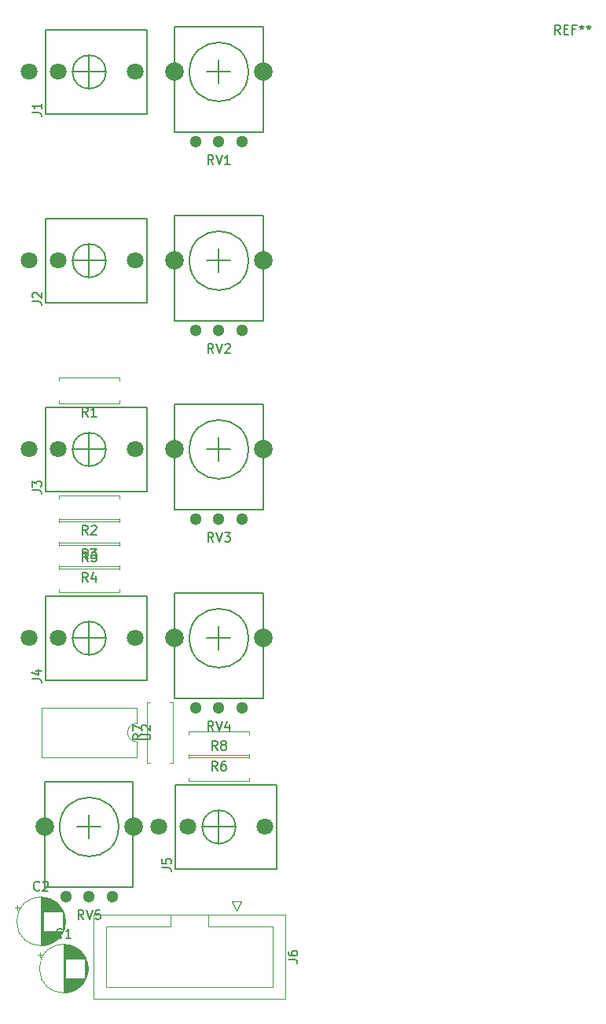
<source format=gbr>
%TF.GenerationSoftware,KiCad,Pcbnew,7.0.10-7.0.10~ubuntu22.04.1*%
%TF.CreationDate,2024-04-01T10:40:12+02:00*%
%TF.ProjectId,HigawoEurorackMixer,48696761-776f-4457-9572-6f7261636b4d,rev?*%
%TF.SameCoordinates,Original*%
%TF.FileFunction,Legend,Top*%
%TF.FilePolarity,Positive*%
%FSLAX46Y46*%
G04 Gerber Fmt 4.6, Leading zero omitted, Abs format (unit mm)*
G04 Created by KiCad (PCBNEW 7.0.10-7.0.10~ubuntu22.04.1) date 2024-04-01 10:40:12*
%MOMM*%
%LPD*%
G01*
G04 APERTURE LIST*
%ADD10C,0.150000*%
%ADD11C,0.120000*%
%ADD12C,2.000000*%
%ADD13C,1.300000*%
%ADD14C,1.800000*%
G04 APERTURE END LIST*
D10*
X135826666Y-53104819D02*
X135493333Y-52628628D01*
X135255238Y-53104819D02*
X135255238Y-52104819D01*
X135255238Y-52104819D02*
X135636190Y-52104819D01*
X135636190Y-52104819D02*
X135731428Y-52152438D01*
X135731428Y-52152438D02*
X135779047Y-52200057D01*
X135779047Y-52200057D02*
X135826666Y-52295295D01*
X135826666Y-52295295D02*
X135826666Y-52438152D01*
X135826666Y-52438152D02*
X135779047Y-52533390D01*
X135779047Y-52533390D02*
X135731428Y-52581009D01*
X135731428Y-52581009D02*
X135636190Y-52628628D01*
X135636190Y-52628628D02*
X135255238Y-52628628D01*
X136255238Y-52581009D02*
X136588571Y-52581009D01*
X136731428Y-53104819D02*
X136255238Y-53104819D01*
X136255238Y-53104819D02*
X136255238Y-52104819D01*
X136255238Y-52104819D02*
X136731428Y-52104819D01*
X137493333Y-52581009D02*
X137160000Y-52581009D01*
X137160000Y-53104819D02*
X137160000Y-52104819D01*
X137160000Y-52104819D02*
X137636190Y-52104819D01*
X138160000Y-52104819D02*
X138160000Y-52342914D01*
X137921905Y-52247676D02*
X138160000Y-52342914D01*
X138160000Y-52342914D02*
X138398095Y-52247676D01*
X138017143Y-52533390D02*
X138160000Y-52342914D01*
X138160000Y-52342914D02*
X138302857Y-52533390D01*
X138921905Y-52104819D02*
X138921905Y-52342914D01*
X138683810Y-52247676D02*
X138921905Y-52342914D01*
X138921905Y-52342914D02*
X139160000Y-52247676D01*
X138779048Y-52533390D02*
X138921905Y-52342914D01*
X138921905Y-52342914D02*
X139064762Y-52533390D01*
X84923333Y-94264819D02*
X84590000Y-93788628D01*
X84351905Y-94264819D02*
X84351905Y-93264819D01*
X84351905Y-93264819D02*
X84732857Y-93264819D01*
X84732857Y-93264819D02*
X84828095Y-93312438D01*
X84828095Y-93312438D02*
X84875714Y-93360057D01*
X84875714Y-93360057D02*
X84923333Y-93455295D01*
X84923333Y-93455295D02*
X84923333Y-93598152D01*
X84923333Y-93598152D02*
X84875714Y-93693390D01*
X84875714Y-93693390D02*
X84828095Y-93741009D01*
X84828095Y-93741009D02*
X84732857Y-93788628D01*
X84732857Y-93788628D02*
X84351905Y-93788628D01*
X85875714Y-94264819D02*
X85304286Y-94264819D01*
X85590000Y-94264819D02*
X85590000Y-93264819D01*
X85590000Y-93264819D02*
X85494762Y-93407676D01*
X85494762Y-93407676D02*
X85399524Y-93502914D01*
X85399524Y-93502914D02*
X85304286Y-93550533D01*
X84923333Y-106964819D02*
X84590000Y-106488628D01*
X84351905Y-106964819D02*
X84351905Y-105964819D01*
X84351905Y-105964819D02*
X84732857Y-105964819D01*
X84732857Y-105964819D02*
X84828095Y-106012438D01*
X84828095Y-106012438D02*
X84875714Y-106060057D01*
X84875714Y-106060057D02*
X84923333Y-106155295D01*
X84923333Y-106155295D02*
X84923333Y-106298152D01*
X84923333Y-106298152D02*
X84875714Y-106393390D01*
X84875714Y-106393390D02*
X84828095Y-106441009D01*
X84828095Y-106441009D02*
X84732857Y-106488628D01*
X84732857Y-106488628D02*
X84351905Y-106488628D01*
X85304286Y-106060057D02*
X85351905Y-106012438D01*
X85351905Y-106012438D02*
X85447143Y-105964819D01*
X85447143Y-105964819D02*
X85685238Y-105964819D01*
X85685238Y-105964819D02*
X85780476Y-106012438D01*
X85780476Y-106012438D02*
X85828095Y-106060057D01*
X85828095Y-106060057D02*
X85875714Y-106155295D01*
X85875714Y-106155295D02*
X85875714Y-106250533D01*
X85875714Y-106250533D02*
X85828095Y-106393390D01*
X85828095Y-106393390D02*
X85256667Y-106964819D01*
X85256667Y-106964819D02*
X85875714Y-106964819D01*
X98464761Y-107744819D02*
X98131428Y-107268628D01*
X97893333Y-107744819D02*
X97893333Y-106744819D01*
X97893333Y-106744819D02*
X98274285Y-106744819D01*
X98274285Y-106744819D02*
X98369523Y-106792438D01*
X98369523Y-106792438D02*
X98417142Y-106840057D01*
X98417142Y-106840057D02*
X98464761Y-106935295D01*
X98464761Y-106935295D02*
X98464761Y-107078152D01*
X98464761Y-107078152D02*
X98417142Y-107173390D01*
X98417142Y-107173390D02*
X98369523Y-107221009D01*
X98369523Y-107221009D02*
X98274285Y-107268628D01*
X98274285Y-107268628D02*
X97893333Y-107268628D01*
X98750476Y-106744819D02*
X99083809Y-107744819D01*
X99083809Y-107744819D02*
X99417142Y-106744819D01*
X99655238Y-106744819D02*
X100274285Y-106744819D01*
X100274285Y-106744819D02*
X99940952Y-107125771D01*
X99940952Y-107125771D02*
X100083809Y-107125771D01*
X100083809Y-107125771D02*
X100179047Y-107173390D01*
X100179047Y-107173390D02*
X100226666Y-107221009D01*
X100226666Y-107221009D02*
X100274285Y-107316247D01*
X100274285Y-107316247D02*
X100274285Y-107554342D01*
X100274285Y-107554342D02*
X100226666Y-107649580D01*
X100226666Y-107649580D02*
X100179047Y-107697200D01*
X100179047Y-107697200D02*
X100083809Y-107744819D01*
X100083809Y-107744819D02*
X99798095Y-107744819D01*
X99798095Y-107744819D02*
X99702857Y-107697200D01*
X99702857Y-107697200D02*
X99655238Y-107649580D01*
X98464761Y-128064819D02*
X98131428Y-127588628D01*
X97893333Y-128064819D02*
X97893333Y-127064819D01*
X97893333Y-127064819D02*
X98274285Y-127064819D01*
X98274285Y-127064819D02*
X98369523Y-127112438D01*
X98369523Y-127112438D02*
X98417142Y-127160057D01*
X98417142Y-127160057D02*
X98464761Y-127255295D01*
X98464761Y-127255295D02*
X98464761Y-127398152D01*
X98464761Y-127398152D02*
X98417142Y-127493390D01*
X98417142Y-127493390D02*
X98369523Y-127541009D01*
X98369523Y-127541009D02*
X98274285Y-127588628D01*
X98274285Y-127588628D02*
X97893333Y-127588628D01*
X98750476Y-127064819D02*
X99083809Y-128064819D01*
X99083809Y-128064819D02*
X99417142Y-127064819D01*
X100179047Y-127398152D02*
X100179047Y-128064819D01*
X99940952Y-127017200D02*
X99702857Y-127731485D01*
X99702857Y-127731485D02*
X100321904Y-127731485D01*
X98893333Y-130164819D02*
X98560000Y-129688628D01*
X98321905Y-130164819D02*
X98321905Y-129164819D01*
X98321905Y-129164819D02*
X98702857Y-129164819D01*
X98702857Y-129164819D02*
X98798095Y-129212438D01*
X98798095Y-129212438D02*
X98845714Y-129260057D01*
X98845714Y-129260057D02*
X98893333Y-129355295D01*
X98893333Y-129355295D02*
X98893333Y-129498152D01*
X98893333Y-129498152D02*
X98845714Y-129593390D01*
X98845714Y-129593390D02*
X98798095Y-129641009D01*
X98798095Y-129641009D02*
X98702857Y-129688628D01*
X98702857Y-129688628D02*
X98321905Y-129688628D01*
X99464762Y-129593390D02*
X99369524Y-129545771D01*
X99369524Y-129545771D02*
X99321905Y-129498152D01*
X99321905Y-129498152D02*
X99274286Y-129402914D01*
X99274286Y-129402914D02*
X99274286Y-129355295D01*
X99274286Y-129355295D02*
X99321905Y-129260057D01*
X99321905Y-129260057D02*
X99369524Y-129212438D01*
X99369524Y-129212438D02*
X99464762Y-129164819D01*
X99464762Y-129164819D02*
X99655238Y-129164819D01*
X99655238Y-129164819D02*
X99750476Y-129212438D01*
X99750476Y-129212438D02*
X99798095Y-129260057D01*
X99798095Y-129260057D02*
X99845714Y-129355295D01*
X99845714Y-129355295D02*
X99845714Y-129402914D01*
X99845714Y-129402914D02*
X99798095Y-129498152D01*
X99798095Y-129498152D02*
X99750476Y-129545771D01*
X99750476Y-129545771D02*
X99655238Y-129593390D01*
X99655238Y-129593390D02*
X99464762Y-129593390D01*
X99464762Y-129593390D02*
X99369524Y-129641009D01*
X99369524Y-129641009D02*
X99321905Y-129688628D01*
X99321905Y-129688628D02*
X99274286Y-129783866D01*
X99274286Y-129783866D02*
X99274286Y-129974342D01*
X99274286Y-129974342D02*
X99321905Y-130069580D01*
X99321905Y-130069580D02*
X99369524Y-130117200D01*
X99369524Y-130117200D02*
X99464762Y-130164819D01*
X99464762Y-130164819D02*
X99655238Y-130164819D01*
X99655238Y-130164819D02*
X99750476Y-130117200D01*
X99750476Y-130117200D02*
X99798095Y-130069580D01*
X99798095Y-130069580D02*
X99845714Y-129974342D01*
X99845714Y-129974342D02*
X99845714Y-129783866D01*
X99845714Y-129783866D02*
X99798095Y-129688628D01*
X99798095Y-129688628D02*
X99750476Y-129641009D01*
X99750476Y-129641009D02*
X99655238Y-129593390D01*
X98464761Y-67104819D02*
X98131428Y-66628628D01*
X97893333Y-67104819D02*
X97893333Y-66104819D01*
X97893333Y-66104819D02*
X98274285Y-66104819D01*
X98274285Y-66104819D02*
X98369523Y-66152438D01*
X98369523Y-66152438D02*
X98417142Y-66200057D01*
X98417142Y-66200057D02*
X98464761Y-66295295D01*
X98464761Y-66295295D02*
X98464761Y-66438152D01*
X98464761Y-66438152D02*
X98417142Y-66533390D01*
X98417142Y-66533390D02*
X98369523Y-66581009D01*
X98369523Y-66581009D02*
X98274285Y-66628628D01*
X98274285Y-66628628D02*
X97893333Y-66628628D01*
X98750476Y-66104819D02*
X99083809Y-67104819D01*
X99083809Y-67104819D02*
X99417142Y-66104819D01*
X100274285Y-67104819D02*
X99702857Y-67104819D01*
X99988571Y-67104819D02*
X99988571Y-66104819D01*
X99988571Y-66104819D02*
X99893333Y-66247676D01*
X99893333Y-66247676D02*
X99798095Y-66342914D01*
X99798095Y-66342914D02*
X99702857Y-66390533D01*
X79736333Y-145199580D02*
X79688714Y-145247200D01*
X79688714Y-145247200D02*
X79545857Y-145294819D01*
X79545857Y-145294819D02*
X79450619Y-145294819D01*
X79450619Y-145294819D02*
X79307762Y-145247200D01*
X79307762Y-145247200D02*
X79212524Y-145151961D01*
X79212524Y-145151961D02*
X79164905Y-145056723D01*
X79164905Y-145056723D02*
X79117286Y-144866247D01*
X79117286Y-144866247D02*
X79117286Y-144723390D01*
X79117286Y-144723390D02*
X79164905Y-144532914D01*
X79164905Y-144532914D02*
X79212524Y-144437676D01*
X79212524Y-144437676D02*
X79307762Y-144342438D01*
X79307762Y-144342438D02*
X79450619Y-144294819D01*
X79450619Y-144294819D02*
X79545857Y-144294819D01*
X79545857Y-144294819D02*
X79688714Y-144342438D01*
X79688714Y-144342438D02*
X79736333Y-144390057D01*
X80117286Y-144390057D02*
X80164905Y-144342438D01*
X80164905Y-144342438D02*
X80260143Y-144294819D01*
X80260143Y-144294819D02*
X80498238Y-144294819D01*
X80498238Y-144294819D02*
X80593476Y-144342438D01*
X80593476Y-144342438D02*
X80641095Y-144390057D01*
X80641095Y-144390057D02*
X80688714Y-144485295D01*
X80688714Y-144485295D02*
X80688714Y-144580533D01*
X80688714Y-144580533D02*
X80641095Y-144723390D01*
X80641095Y-144723390D02*
X80069667Y-145294819D01*
X80069667Y-145294819D02*
X80688714Y-145294819D01*
X78956819Y-61547333D02*
X79671104Y-61547333D01*
X79671104Y-61547333D02*
X79813961Y-61594952D01*
X79813961Y-61594952D02*
X79909200Y-61690190D01*
X79909200Y-61690190D02*
X79956819Y-61833047D01*
X79956819Y-61833047D02*
X79956819Y-61928285D01*
X79956819Y-60547333D02*
X79956819Y-61118761D01*
X79956819Y-60833047D02*
X78956819Y-60833047D01*
X78956819Y-60833047D02*
X79099676Y-60928285D01*
X79099676Y-60928285D02*
X79194914Y-61023523D01*
X79194914Y-61023523D02*
X79242533Y-61118761D01*
X84923333Y-109844819D02*
X84590000Y-109368628D01*
X84351905Y-109844819D02*
X84351905Y-108844819D01*
X84351905Y-108844819D02*
X84732857Y-108844819D01*
X84732857Y-108844819D02*
X84828095Y-108892438D01*
X84828095Y-108892438D02*
X84875714Y-108940057D01*
X84875714Y-108940057D02*
X84923333Y-109035295D01*
X84923333Y-109035295D02*
X84923333Y-109178152D01*
X84923333Y-109178152D02*
X84875714Y-109273390D01*
X84875714Y-109273390D02*
X84828095Y-109321009D01*
X84828095Y-109321009D02*
X84732857Y-109368628D01*
X84732857Y-109368628D02*
X84351905Y-109368628D01*
X85828095Y-108844819D02*
X85351905Y-108844819D01*
X85351905Y-108844819D02*
X85304286Y-109321009D01*
X85304286Y-109321009D02*
X85351905Y-109273390D01*
X85351905Y-109273390D02*
X85447143Y-109225771D01*
X85447143Y-109225771D02*
X85685238Y-109225771D01*
X85685238Y-109225771D02*
X85780476Y-109273390D01*
X85780476Y-109273390D02*
X85828095Y-109321009D01*
X85828095Y-109321009D02*
X85875714Y-109416247D01*
X85875714Y-109416247D02*
X85875714Y-109654342D01*
X85875714Y-109654342D02*
X85828095Y-109749580D01*
X85828095Y-109749580D02*
X85780476Y-109797200D01*
X85780476Y-109797200D02*
X85685238Y-109844819D01*
X85685238Y-109844819D02*
X85447143Y-109844819D01*
X85447143Y-109844819D02*
X85351905Y-109797200D01*
X85351905Y-109797200D02*
X85304286Y-109749580D01*
X92926819Y-142827333D02*
X93641104Y-142827333D01*
X93641104Y-142827333D02*
X93783961Y-142874952D01*
X93783961Y-142874952D02*
X93879200Y-142970190D01*
X93879200Y-142970190D02*
X93926819Y-143113047D01*
X93926819Y-143113047D02*
X93926819Y-143208285D01*
X92926819Y-141874952D02*
X92926819Y-142351142D01*
X92926819Y-142351142D02*
X93403009Y-142398761D01*
X93403009Y-142398761D02*
X93355390Y-142351142D01*
X93355390Y-142351142D02*
X93307771Y-142255904D01*
X93307771Y-142255904D02*
X93307771Y-142017809D01*
X93307771Y-142017809D02*
X93355390Y-141922571D01*
X93355390Y-141922571D02*
X93403009Y-141874952D01*
X93403009Y-141874952D02*
X93498247Y-141827333D01*
X93498247Y-141827333D02*
X93736342Y-141827333D01*
X93736342Y-141827333D02*
X93831580Y-141874952D01*
X93831580Y-141874952D02*
X93879200Y-141922571D01*
X93879200Y-141922571D02*
X93926819Y-142017809D01*
X93926819Y-142017809D02*
X93926819Y-142255904D01*
X93926819Y-142255904D02*
X93879200Y-142351142D01*
X93879200Y-142351142D02*
X93831580Y-142398761D01*
X78956819Y-81867333D02*
X79671104Y-81867333D01*
X79671104Y-81867333D02*
X79813961Y-81914952D01*
X79813961Y-81914952D02*
X79909200Y-82010190D01*
X79909200Y-82010190D02*
X79956819Y-82153047D01*
X79956819Y-82153047D02*
X79956819Y-82248285D01*
X79052057Y-81438761D02*
X79004438Y-81391142D01*
X79004438Y-81391142D02*
X78956819Y-81295904D01*
X78956819Y-81295904D02*
X78956819Y-81057809D01*
X78956819Y-81057809D02*
X79004438Y-80962571D01*
X79004438Y-80962571D02*
X79052057Y-80914952D01*
X79052057Y-80914952D02*
X79147295Y-80867333D01*
X79147295Y-80867333D02*
X79242533Y-80867333D01*
X79242533Y-80867333D02*
X79385390Y-80914952D01*
X79385390Y-80914952D02*
X79956819Y-81486380D01*
X79956819Y-81486380D02*
X79956819Y-80867333D01*
X84923333Y-112044819D02*
X84590000Y-111568628D01*
X84351905Y-112044819D02*
X84351905Y-111044819D01*
X84351905Y-111044819D02*
X84732857Y-111044819D01*
X84732857Y-111044819D02*
X84828095Y-111092438D01*
X84828095Y-111092438D02*
X84875714Y-111140057D01*
X84875714Y-111140057D02*
X84923333Y-111235295D01*
X84923333Y-111235295D02*
X84923333Y-111378152D01*
X84923333Y-111378152D02*
X84875714Y-111473390D01*
X84875714Y-111473390D02*
X84828095Y-111521009D01*
X84828095Y-111521009D02*
X84732857Y-111568628D01*
X84732857Y-111568628D02*
X84351905Y-111568628D01*
X85780476Y-111378152D02*
X85780476Y-112044819D01*
X85542381Y-110997200D02*
X85304286Y-111711485D01*
X85304286Y-111711485D02*
X85923333Y-111711485D01*
X98464761Y-87424819D02*
X98131428Y-86948628D01*
X97893333Y-87424819D02*
X97893333Y-86424819D01*
X97893333Y-86424819D02*
X98274285Y-86424819D01*
X98274285Y-86424819D02*
X98369523Y-86472438D01*
X98369523Y-86472438D02*
X98417142Y-86520057D01*
X98417142Y-86520057D02*
X98464761Y-86615295D01*
X98464761Y-86615295D02*
X98464761Y-86758152D01*
X98464761Y-86758152D02*
X98417142Y-86853390D01*
X98417142Y-86853390D02*
X98369523Y-86901009D01*
X98369523Y-86901009D02*
X98274285Y-86948628D01*
X98274285Y-86948628D02*
X97893333Y-86948628D01*
X98750476Y-86424819D02*
X99083809Y-87424819D01*
X99083809Y-87424819D02*
X99417142Y-86424819D01*
X99702857Y-86520057D02*
X99750476Y-86472438D01*
X99750476Y-86472438D02*
X99845714Y-86424819D01*
X99845714Y-86424819D02*
X100083809Y-86424819D01*
X100083809Y-86424819D02*
X100179047Y-86472438D01*
X100179047Y-86472438D02*
X100226666Y-86520057D01*
X100226666Y-86520057D02*
X100274285Y-86615295D01*
X100274285Y-86615295D02*
X100274285Y-86710533D01*
X100274285Y-86710533D02*
X100226666Y-86853390D01*
X100226666Y-86853390D02*
X99655238Y-87424819D01*
X99655238Y-87424819D02*
X100274285Y-87424819D01*
X90794819Y-128436666D02*
X90318628Y-128769999D01*
X90794819Y-129008094D02*
X89794819Y-129008094D01*
X89794819Y-129008094D02*
X89794819Y-128627142D01*
X89794819Y-128627142D02*
X89842438Y-128531904D01*
X89842438Y-128531904D02*
X89890057Y-128484285D01*
X89890057Y-128484285D02*
X89985295Y-128436666D01*
X89985295Y-128436666D02*
X90128152Y-128436666D01*
X90128152Y-128436666D02*
X90223390Y-128484285D01*
X90223390Y-128484285D02*
X90271009Y-128531904D01*
X90271009Y-128531904D02*
X90318628Y-128627142D01*
X90318628Y-128627142D02*
X90318628Y-129008094D01*
X89794819Y-128103332D02*
X89794819Y-127436666D01*
X89794819Y-127436666D02*
X90794819Y-127865237D01*
X84923333Y-109504819D02*
X84590000Y-109028628D01*
X84351905Y-109504819D02*
X84351905Y-108504819D01*
X84351905Y-108504819D02*
X84732857Y-108504819D01*
X84732857Y-108504819D02*
X84828095Y-108552438D01*
X84828095Y-108552438D02*
X84875714Y-108600057D01*
X84875714Y-108600057D02*
X84923333Y-108695295D01*
X84923333Y-108695295D02*
X84923333Y-108838152D01*
X84923333Y-108838152D02*
X84875714Y-108933390D01*
X84875714Y-108933390D02*
X84828095Y-108981009D01*
X84828095Y-108981009D02*
X84732857Y-109028628D01*
X84732857Y-109028628D02*
X84351905Y-109028628D01*
X85256667Y-108504819D02*
X85875714Y-108504819D01*
X85875714Y-108504819D02*
X85542381Y-108885771D01*
X85542381Y-108885771D02*
X85685238Y-108885771D01*
X85685238Y-108885771D02*
X85780476Y-108933390D01*
X85780476Y-108933390D02*
X85828095Y-108981009D01*
X85828095Y-108981009D02*
X85875714Y-109076247D01*
X85875714Y-109076247D02*
X85875714Y-109314342D01*
X85875714Y-109314342D02*
X85828095Y-109409580D01*
X85828095Y-109409580D02*
X85780476Y-109457200D01*
X85780476Y-109457200D02*
X85685238Y-109504819D01*
X85685238Y-109504819D02*
X85399524Y-109504819D01*
X85399524Y-109504819D02*
X85304286Y-109457200D01*
X85304286Y-109457200D02*
X85256667Y-109409580D01*
X84487727Y-148384819D02*
X84154394Y-147908628D01*
X83916299Y-148384819D02*
X83916299Y-147384819D01*
X83916299Y-147384819D02*
X84297251Y-147384819D01*
X84297251Y-147384819D02*
X84392489Y-147432438D01*
X84392489Y-147432438D02*
X84440108Y-147480057D01*
X84440108Y-147480057D02*
X84487727Y-147575295D01*
X84487727Y-147575295D02*
X84487727Y-147718152D01*
X84487727Y-147718152D02*
X84440108Y-147813390D01*
X84440108Y-147813390D02*
X84392489Y-147861009D01*
X84392489Y-147861009D02*
X84297251Y-147908628D01*
X84297251Y-147908628D02*
X83916299Y-147908628D01*
X84773442Y-147384819D02*
X85106775Y-148384819D01*
X85106775Y-148384819D02*
X85440108Y-147384819D01*
X86249632Y-147384819D02*
X85773442Y-147384819D01*
X85773442Y-147384819D02*
X85725823Y-147861009D01*
X85725823Y-147861009D02*
X85773442Y-147813390D01*
X85773442Y-147813390D02*
X85868680Y-147765771D01*
X85868680Y-147765771D02*
X86106775Y-147765771D01*
X86106775Y-147765771D02*
X86202013Y-147813390D01*
X86202013Y-147813390D02*
X86249632Y-147861009D01*
X86249632Y-147861009D02*
X86297251Y-147956247D01*
X86297251Y-147956247D02*
X86297251Y-148194342D01*
X86297251Y-148194342D02*
X86249632Y-148289580D01*
X86249632Y-148289580D02*
X86202013Y-148337200D01*
X86202013Y-148337200D02*
X86106775Y-148384819D01*
X86106775Y-148384819D02*
X85868680Y-148384819D01*
X85868680Y-148384819D02*
X85773442Y-148337200D01*
X85773442Y-148337200D02*
X85725823Y-148289580D01*
X106519819Y-152733333D02*
X107234104Y-152733333D01*
X107234104Y-152733333D02*
X107376961Y-152780952D01*
X107376961Y-152780952D02*
X107472200Y-152876190D01*
X107472200Y-152876190D02*
X107519819Y-153019047D01*
X107519819Y-153019047D02*
X107519819Y-153114285D01*
X106519819Y-151828571D02*
X106519819Y-152019047D01*
X106519819Y-152019047D02*
X106567438Y-152114285D01*
X106567438Y-152114285D02*
X106615057Y-152161904D01*
X106615057Y-152161904D02*
X106757914Y-152257142D01*
X106757914Y-152257142D02*
X106948390Y-152304761D01*
X106948390Y-152304761D02*
X107329342Y-152304761D01*
X107329342Y-152304761D02*
X107424580Y-152257142D01*
X107424580Y-152257142D02*
X107472200Y-152209523D01*
X107472200Y-152209523D02*
X107519819Y-152114285D01*
X107519819Y-152114285D02*
X107519819Y-151923809D01*
X107519819Y-151923809D02*
X107472200Y-151828571D01*
X107472200Y-151828571D02*
X107424580Y-151780952D01*
X107424580Y-151780952D02*
X107329342Y-151733333D01*
X107329342Y-151733333D02*
X107091247Y-151733333D01*
X107091247Y-151733333D02*
X106996009Y-151780952D01*
X106996009Y-151780952D02*
X106948390Y-151828571D01*
X106948390Y-151828571D02*
X106900771Y-151923809D01*
X106900771Y-151923809D02*
X106900771Y-152114285D01*
X106900771Y-152114285D02*
X106948390Y-152209523D01*
X106948390Y-152209523D02*
X106996009Y-152257142D01*
X106996009Y-152257142D02*
X107091247Y-152304761D01*
X82174221Y-150279580D02*
X82126602Y-150327200D01*
X82126602Y-150327200D02*
X81983745Y-150374819D01*
X81983745Y-150374819D02*
X81888507Y-150374819D01*
X81888507Y-150374819D02*
X81745650Y-150327200D01*
X81745650Y-150327200D02*
X81650412Y-150231961D01*
X81650412Y-150231961D02*
X81602793Y-150136723D01*
X81602793Y-150136723D02*
X81555174Y-149946247D01*
X81555174Y-149946247D02*
X81555174Y-149803390D01*
X81555174Y-149803390D02*
X81602793Y-149612914D01*
X81602793Y-149612914D02*
X81650412Y-149517676D01*
X81650412Y-149517676D02*
X81745650Y-149422438D01*
X81745650Y-149422438D02*
X81888507Y-149374819D01*
X81888507Y-149374819D02*
X81983745Y-149374819D01*
X81983745Y-149374819D02*
X82126602Y-149422438D01*
X82126602Y-149422438D02*
X82174221Y-149470057D01*
X83126602Y-150374819D02*
X82555174Y-150374819D01*
X82840888Y-150374819D02*
X82840888Y-149374819D01*
X82840888Y-149374819D02*
X82745650Y-149517676D01*
X82745650Y-149517676D02*
X82650412Y-149612914D01*
X82650412Y-149612914D02*
X82555174Y-149660533D01*
X78956819Y-102187333D02*
X79671104Y-102187333D01*
X79671104Y-102187333D02*
X79813961Y-102234952D01*
X79813961Y-102234952D02*
X79909200Y-102330190D01*
X79909200Y-102330190D02*
X79956819Y-102473047D01*
X79956819Y-102473047D02*
X79956819Y-102568285D01*
X78956819Y-101806380D02*
X78956819Y-101187333D01*
X78956819Y-101187333D02*
X79337771Y-101520666D01*
X79337771Y-101520666D02*
X79337771Y-101377809D01*
X79337771Y-101377809D02*
X79385390Y-101282571D01*
X79385390Y-101282571D02*
X79433009Y-101234952D01*
X79433009Y-101234952D02*
X79528247Y-101187333D01*
X79528247Y-101187333D02*
X79766342Y-101187333D01*
X79766342Y-101187333D02*
X79861580Y-101234952D01*
X79861580Y-101234952D02*
X79909200Y-101282571D01*
X79909200Y-101282571D02*
X79956819Y-101377809D01*
X79956819Y-101377809D02*
X79956819Y-101663523D01*
X79956819Y-101663523D02*
X79909200Y-101758761D01*
X79909200Y-101758761D02*
X79861580Y-101806380D01*
X98893333Y-132364819D02*
X98560000Y-131888628D01*
X98321905Y-132364819D02*
X98321905Y-131364819D01*
X98321905Y-131364819D02*
X98702857Y-131364819D01*
X98702857Y-131364819D02*
X98798095Y-131412438D01*
X98798095Y-131412438D02*
X98845714Y-131460057D01*
X98845714Y-131460057D02*
X98893333Y-131555295D01*
X98893333Y-131555295D02*
X98893333Y-131698152D01*
X98893333Y-131698152D02*
X98845714Y-131793390D01*
X98845714Y-131793390D02*
X98798095Y-131841009D01*
X98798095Y-131841009D02*
X98702857Y-131888628D01*
X98702857Y-131888628D02*
X98321905Y-131888628D01*
X99750476Y-131364819D02*
X99560000Y-131364819D01*
X99560000Y-131364819D02*
X99464762Y-131412438D01*
X99464762Y-131412438D02*
X99417143Y-131460057D01*
X99417143Y-131460057D02*
X99321905Y-131602914D01*
X99321905Y-131602914D02*
X99274286Y-131793390D01*
X99274286Y-131793390D02*
X99274286Y-132174342D01*
X99274286Y-132174342D02*
X99321905Y-132269580D01*
X99321905Y-132269580D02*
X99369524Y-132317200D01*
X99369524Y-132317200D02*
X99464762Y-132364819D01*
X99464762Y-132364819D02*
X99655238Y-132364819D01*
X99655238Y-132364819D02*
X99750476Y-132317200D01*
X99750476Y-132317200D02*
X99798095Y-132269580D01*
X99798095Y-132269580D02*
X99845714Y-132174342D01*
X99845714Y-132174342D02*
X99845714Y-131936247D01*
X99845714Y-131936247D02*
X99798095Y-131841009D01*
X99798095Y-131841009D02*
X99750476Y-131793390D01*
X99750476Y-131793390D02*
X99655238Y-131745771D01*
X99655238Y-131745771D02*
X99464762Y-131745771D01*
X99464762Y-131745771D02*
X99369524Y-131793390D01*
X99369524Y-131793390D02*
X99321905Y-131841009D01*
X99321905Y-131841009D02*
X99274286Y-131936247D01*
X78956819Y-122507333D02*
X79671104Y-122507333D01*
X79671104Y-122507333D02*
X79813961Y-122554952D01*
X79813961Y-122554952D02*
X79909200Y-122650190D01*
X79909200Y-122650190D02*
X79956819Y-122793047D01*
X79956819Y-122793047D02*
X79956819Y-122888285D01*
X79290152Y-121602571D02*
X79956819Y-121602571D01*
X78909200Y-121840666D02*
X79623485Y-122078761D01*
X79623485Y-122078761D02*
X79623485Y-121459714D01*
X90684819Y-129031904D02*
X91494342Y-129031904D01*
X91494342Y-129031904D02*
X91589580Y-128984285D01*
X91589580Y-128984285D02*
X91637200Y-128936666D01*
X91637200Y-128936666D02*
X91684819Y-128841428D01*
X91684819Y-128841428D02*
X91684819Y-128650952D01*
X91684819Y-128650952D02*
X91637200Y-128555714D01*
X91637200Y-128555714D02*
X91589580Y-128508095D01*
X91589580Y-128508095D02*
X91494342Y-128460476D01*
X91494342Y-128460476D02*
X90684819Y-128460476D01*
X90780057Y-128031904D02*
X90732438Y-127984285D01*
X90732438Y-127984285D02*
X90684819Y-127889047D01*
X90684819Y-127889047D02*
X90684819Y-127650952D01*
X90684819Y-127650952D02*
X90732438Y-127555714D01*
X90732438Y-127555714D02*
X90780057Y-127508095D01*
X90780057Y-127508095D02*
X90875295Y-127460476D01*
X90875295Y-127460476D02*
X90970533Y-127460476D01*
X90970533Y-127460476D02*
X91113390Y-127508095D01*
X91113390Y-127508095D02*
X91684819Y-128079523D01*
X91684819Y-128079523D02*
X91684819Y-127460476D01*
D11*
%TO.C,R1*%
X88360000Y-92810000D02*
X81820000Y-92810000D01*
X88360000Y-92480000D02*
X88360000Y-92810000D01*
X88360000Y-90400000D02*
X88360000Y-90070000D01*
X88360000Y-90070000D02*
X81820000Y-90070000D01*
X81820000Y-92810000D02*
X81820000Y-92480000D01*
X81820000Y-90070000D02*
X81820000Y-90400000D01*
%TO.C,R2*%
X88360000Y-105510000D02*
X81820000Y-105510000D01*
X88360000Y-105180000D02*
X88360000Y-105510000D01*
X88360000Y-103100000D02*
X88360000Y-102770000D01*
X88360000Y-102770000D02*
X81820000Y-102770000D01*
X81820000Y-105510000D02*
X81820000Y-105180000D01*
X81820000Y-102770000D02*
X81820000Y-103100000D01*
D10*
%TO.C,RV3*%
X94310000Y-92940000D02*
X94310000Y-104290000D01*
X94310000Y-92940000D02*
X103810000Y-92940000D01*
X94310000Y-104290000D02*
X103810000Y-104290000D01*
X97790000Y-97790000D02*
X100330000Y-97790000D01*
X99060000Y-96520000D02*
X99060000Y-99060000D01*
X103810000Y-92940000D02*
X103810000Y-104290000D01*
X102235000Y-97790000D02*
G75*
G03*
X95885000Y-97790000I-3175000J0D01*
G01*
X95885000Y-97790000D02*
G75*
G03*
X102235000Y-97790000I3175000J0D01*
G01*
%TO.C,RV4*%
X94310000Y-113260000D02*
X94310000Y-124610000D01*
X94310000Y-113260000D02*
X103810000Y-113260000D01*
X94310000Y-124610000D02*
X103810000Y-124610000D01*
X97790000Y-118110000D02*
X100330000Y-118110000D01*
X99060000Y-116840000D02*
X99060000Y-119380000D01*
X103810000Y-113260000D02*
X103810000Y-124610000D01*
X102235000Y-118110000D02*
G75*
G03*
X95885000Y-118110000I-3175000J0D01*
G01*
X95885000Y-118110000D02*
G75*
G03*
X102235000Y-118110000I3175000J0D01*
G01*
D11*
%TO.C,R8*%
X95790000Y-130710000D02*
X102330000Y-130710000D01*
X95790000Y-131040000D02*
X95790000Y-130710000D01*
X95790000Y-133120000D02*
X95790000Y-133450000D01*
X95790000Y-133450000D02*
X102330000Y-133450000D01*
X102330000Y-130710000D02*
X102330000Y-131040000D01*
X102330000Y-133450000D02*
X102330000Y-133120000D01*
D10*
%TO.C,RV1*%
X94310000Y-52300000D02*
X94310000Y-63650000D01*
X94310000Y-52300000D02*
X103810000Y-52300000D01*
X94310000Y-63650000D02*
X103810000Y-63650000D01*
X97790000Y-57150000D02*
X100330000Y-57150000D01*
X99060000Y-55880000D02*
X99060000Y-58420000D01*
X103810000Y-52300000D02*
X103810000Y-63650000D01*
X102235000Y-57150000D02*
G75*
G03*
X95885000Y-57150000I-3175000J0D01*
G01*
X95885000Y-57150000D02*
G75*
G03*
X102235000Y-57150000I3175000J0D01*
G01*
D11*
%TO.C,C2*%
X77098225Y-147115000D02*
X77598225Y-147115000D01*
X77348225Y-146865000D02*
X77348225Y-147365000D01*
X79903000Y-146010000D02*
X79903000Y-151170000D01*
X79943000Y-146010000D02*
X79943000Y-151170000D01*
X79983000Y-146011000D02*
X79983000Y-151169000D01*
X80023000Y-146012000D02*
X80023000Y-151168000D01*
X80063000Y-146014000D02*
X80063000Y-151166000D01*
X80103000Y-146017000D02*
X80103000Y-151163000D01*
X80143000Y-146021000D02*
X80143000Y-147550000D01*
X80143000Y-149630000D02*
X80143000Y-151159000D01*
X80183000Y-146025000D02*
X80183000Y-147550000D01*
X80183000Y-149630000D02*
X80183000Y-151155000D01*
X80223000Y-146029000D02*
X80223000Y-147550000D01*
X80223000Y-149630000D02*
X80223000Y-151151000D01*
X80263000Y-146034000D02*
X80263000Y-147550000D01*
X80263000Y-149630000D02*
X80263000Y-151146000D01*
X80303000Y-146040000D02*
X80303000Y-147550000D01*
X80303000Y-149630000D02*
X80303000Y-151140000D01*
X80343000Y-146047000D02*
X80343000Y-147550000D01*
X80343000Y-149630000D02*
X80343000Y-151133000D01*
X80383000Y-146054000D02*
X80383000Y-147550000D01*
X80383000Y-149630000D02*
X80383000Y-151126000D01*
X80423000Y-146062000D02*
X80423000Y-147550000D01*
X80423000Y-149630000D02*
X80423000Y-151118000D01*
X80463000Y-146070000D02*
X80463000Y-147550000D01*
X80463000Y-149630000D02*
X80463000Y-151110000D01*
X80503000Y-146079000D02*
X80503000Y-147550000D01*
X80503000Y-149630000D02*
X80503000Y-151101000D01*
X80543000Y-146089000D02*
X80543000Y-147550000D01*
X80543000Y-149630000D02*
X80543000Y-151091000D01*
X80583000Y-146099000D02*
X80583000Y-147550000D01*
X80583000Y-149630000D02*
X80583000Y-151081000D01*
X80624000Y-146110000D02*
X80624000Y-147550000D01*
X80624000Y-149630000D02*
X80624000Y-151070000D01*
X80664000Y-146122000D02*
X80664000Y-147550000D01*
X80664000Y-149630000D02*
X80664000Y-151058000D01*
X80704000Y-146135000D02*
X80704000Y-147550000D01*
X80704000Y-149630000D02*
X80704000Y-151045000D01*
X80744000Y-146148000D02*
X80744000Y-147550000D01*
X80744000Y-149630000D02*
X80744000Y-151032000D01*
X80784000Y-146162000D02*
X80784000Y-147550000D01*
X80784000Y-149630000D02*
X80784000Y-151018000D01*
X80824000Y-146176000D02*
X80824000Y-147550000D01*
X80824000Y-149630000D02*
X80824000Y-151004000D01*
X80864000Y-146192000D02*
X80864000Y-147550000D01*
X80864000Y-149630000D02*
X80864000Y-150988000D01*
X80904000Y-146208000D02*
X80904000Y-147550000D01*
X80904000Y-149630000D02*
X80904000Y-150972000D01*
X80944000Y-146225000D02*
X80944000Y-147550000D01*
X80944000Y-149630000D02*
X80944000Y-150955000D01*
X80984000Y-146242000D02*
X80984000Y-147550000D01*
X80984000Y-149630000D02*
X80984000Y-150938000D01*
X81024000Y-146261000D02*
X81024000Y-147550000D01*
X81024000Y-149630000D02*
X81024000Y-150919000D01*
X81064000Y-146280000D02*
X81064000Y-147550000D01*
X81064000Y-149630000D02*
X81064000Y-150900000D01*
X81104000Y-146300000D02*
X81104000Y-147550000D01*
X81104000Y-149630000D02*
X81104000Y-150880000D01*
X81144000Y-146322000D02*
X81144000Y-147550000D01*
X81144000Y-149630000D02*
X81144000Y-150858000D01*
X81184000Y-146343000D02*
X81184000Y-147550000D01*
X81184000Y-149630000D02*
X81184000Y-150837000D01*
X81224000Y-146366000D02*
X81224000Y-147550000D01*
X81224000Y-149630000D02*
X81224000Y-150814000D01*
X81264000Y-146390000D02*
X81264000Y-147550000D01*
X81264000Y-149630000D02*
X81264000Y-150790000D01*
X81304000Y-146415000D02*
X81304000Y-147550000D01*
X81304000Y-149630000D02*
X81304000Y-150765000D01*
X81344000Y-146441000D02*
X81344000Y-147550000D01*
X81344000Y-149630000D02*
X81344000Y-150739000D01*
X81384000Y-146468000D02*
X81384000Y-147550000D01*
X81384000Y-149630000D02*
X81384000Y-150712000D01*
X81424000Y-146495000D02*
X81424000Y-147550000D01*
X81424000Y-149630000D02*
X81424000Y-150685000D01*
X81464000Y-146525000D02*
X81464000Y-147550000D01*
X81464000Y-149630000D02*
X81464000Y-150655000D01*
X81504000Y-146555000D02*
X81504000Y-147550000D01*
X81504000Y-149630000D02*
X81504000Y-150625000D01*
X81544000Y-146586000D02*
X81544000Y-147550000D01*
X81544000Y-149630000D02*
X81544000Y-150594000D01*
X81584000Y-146619000D02*
X81584000Y-147550000D01*
X81584000Y-149630000D02*
X81584000Y-150561000D01*
X81624000Y-146653000D02*
X81624000Y-147550000D01*
X81624000Y-149630000D02*
X81624000Y-150527000D01*
X81664000Y-146689000D02*
X81664000Y-147550000D01*
X81664000Y-149630000D02*
X81664000Y-150491000D01*
X81704000Y-146726000D02*
X81704000Y-147550000D01*
X81704000Y-149630000D02*
X81704000Y-150454000D01*
X81744000Y-146764000D02*
X81744000Y-147550000D01*
X81744000Y-149630000D02*
X81744000Y-150416000D01*
X81784000Y-146805000D02*
X81784000Y-147550000D01*
X81784000Y-149630000D02*
X81784000Y-150375000D01*
X81824000Y-146847000D02*
X81824000Y-147550000D01*
X81824000Y-149630000D02*
X81824000Y-150333000D01*
X81864000Y-146891000D02*
X81864000Y-147550000D01*
X81864000Y-149630000D02*
X81864000Y-150289000D01*
X81904000Y-146937000D02*
X81904000Y-147550000D01*
X81904000Y-149630000D02*
X81904000Y-150243000D01*
X81944000Y-146985000D02*
X81944000Y-147550000D01*
X81944000Y-149630000D02*
X81944000Y-150195000D01*
X81984000Y-147036000D02*
X81984000Y-147550000D01*
X81984000Y-149630000D02*
X81984000Y-150144000D01*
X82024000Y-147090000D02*
X82024000Y-147550000D01*
X82024000Y-149630000D02*
X82024000Y-150090000D01*
X82064000Y-147147000D02*
X82064000Y-147550000D01*
X82064000Y-149630000D02*
X82064000Y-150033000D01*
X82104000Y-147207000D02*
X82104000Y-147550000D01*
X82104000Y-149630000D02*
X82104000Y-149973000D01*
X82144000Y-147271000D02*
X82144000Y-147550000D01*
X82144000Y-149630000D02*
X82144000Y-149909000D01*
X82184000Y-147339000D02*
X82184000Y-147550000D01*
X82184000Y-149630000D02*
X82184000Y-149841000D01*
X82224000Y-147412000D02*
X82224000Y-149768000D01*
X82264000Y-147492000D02*
X82264000Y-149688000D01*
X82304000Y-147579000D02*
X82304000Y-149601000D01*
X82344000Y-147675000D02*
X82344000Y-149505000D01*
X82384000Y-147785000D02*
X82384000Y-149395000D01*
X82424000Y-147913000D02*
X82424000Y-149267000D01*
X82464000Y-148072000D02*
X82464000Y-149108000D01*
X82504000Y-148306000D02*
X82504000Y-148874000D01*
X82523000Y-148590000D02*
G75*
G03*
X77283000Y-148590000I-2620000J0D01*
G01*
X77283000Y-148590000D02*
G75*
G03*
X82523000Y-148590000I2620000J0D01*
G01*
D10*
%TO.C,J1*%
X91290000Y-52650000D02*
X80390000Y-52650000D01*
X91290000Y-52650000D02*
X91290000Y-61650000D01*
X80390000Y-52650000D02*
X80390000Y-61650000D01*
X85090000Y-55350000D02*
X85090000Y-58950000D01*
X86890000Y-57150000D02*
X83290000Y-57150000D01*
X91290000Y-61650000D02*
X80390000Y-61650000D01*
X86890000Y-57150000D02*
G75*
G03*
X83290000Y-57150000I-1800000J0D01*
G01*
X83290000Y-57150000D02*
G75*
G03*
X86890000Y-57150000I1800000J0D01*
G01*
D11*
%TO.C,R5*%
X81820000Y-110390000D02*
X88360000Y-110390000D01*
X81820000Y-110720000D02*
X81820000Y-110390000D01*
X81820000Y-112800000D02*
X81820000Y-113130000D01*
X81820000Y-113130000D02*
X88360000Y-113130000D01*
X88360000Y-110390000D02*
X88360000Y-110720000D01*
X88360000Y-113130000D02*
X88360000Y-112800000D01*
D10*
%TO.C,J5*%
X105260000Y-133930000D02*
X94360000Y-133930000D01*
X105260000Y-133930000D02*
X105260000Y-142930000D01*
X94360000Y-133930000D02*
X94360000Y-142930000D01*
X99060000Y-136630000D02*
X99060000Y-140230000D01*
X100860000Y-138430000D02*
X97260000Y-138430000D01*
X105260000Y-142930000D02*
X94360000Y-142930000D01*
X100860000Y-138430000D02*
G75*
G03*
X97260000Y-138430000I-1800000J0D01*
G01*
X97260000Y-138430000D02*
G75*
G03*
X100860000Y-138430000I1800000J0D01*
G01*
%TO.C,J2*%
X91290000Y-72970000D02*
X80390000Y-72970000D01*
X91290000Y-72970000D02*
X91290000Y-81970000D01*
X80390000Y-72970000D02*
X80390000Y-81970000D01*
X85090000Y-75670000D02*
X85090000Y-79270000D01*
X86890000Y-77470000D02*
X83290000Y-77470000D01*
X91290000Y-81970000D02*
X80390000Y-81970000D01*
X86890000Y-77470000D02*
G75*
G03*
X83290000Y-77470000I-1800000J0D01*
G01*
X83290000Y-77470000D02*
G75*
G03*
X86890000Y-77470000I1800000J0D01*
G01*
D11*
%TO.C,R4*%
X88360000Y-110590000D02*
X81820000Y-110590000D01*
X88360000Y-110260000D02*
X88360000Y-110590000D01*
X88360000Y-108180000D02*
X88360000Y-107850000D01*
X88360000Y-107850000D02*
X81820000Y-107850000D01*
X81820000Y-110590000D02*
X81820000Y-110260000D01*
X81820000Y-107850000D02*
X81820000Y-108180000D01*
D10*
%TO.C,RV2*%
X94310000Y-72620000D02*
X94310000Y-83970000D01*
X94310000Y-72620000D02*
X103810000Y-72620000D01*
X94310000Y-83970000D02*
X103810000Y-83970000D01*
X97790000Y-77470000D02*
X100330000Y-77470000D01*
X99060000Y-76200000D02*
X99060000Y-78740000D01*
X103810000Y-72620000D02*
X103810000Y-83970000D01*
X102235000Y-77470000D02*
G75*
G03*
X95885000Y-77470000I-3175000J0D01*
G01*
X95885000Y-77470000D02*
G75*
G03*
X102235000Y-77470000I3175000J0D01*
G01*
D11*
%TO.C,R7*%
X91340000Y-131540000D02*
X91340000Y-125000000D01*
X91670000Y-131540000D02*
X91340000Y-131540000D01*
X93750000Y-131540000D02*
X94080000Y-131540000D01*
X94080000Y-131540000D02*
X94080000Y-125000000D01*
X91340000Y-125000000D02*
X91670000Y-125000000D01*
X94080000Y-125000000D02*
X93750000Y-125000000D01*
%TO.C,R3*%
X88360000Y-108050000D02*
X81820000Y-108050000D01*
X88360000Y-107720000D02*
X88360000Y-108050000D01*
X88360000Y-105640000D02*
X88360000Y-105310000D01*
X88360000Y-105310000D02*
X81820000Y-105310000D01*
X81820000Y-108050000D02*
X81820000Y-107720000D01*
X81820000Y-105310000D02*
X81820000Y-105640000D01*
D10*
%TO.C,RV5*%
X80332966Y-133580000D02*
X80332966Y-144930000D01*
X80332966Y-133580000D02*
X89832966Y-133580000D01*
X80332966Y-144930000D02*
X89832966Y-144930000D01*
X83812966Y-138430000D02*
X86352966Y-138430000D01*
X85082966Y-137160000D02*
X85082966Y-139700000D01*
X89832966Y-133580000D02*
X89832966Y-144930000D01*
X88257966Y-138430000D02*
G75*
G03*
X81907966Y-138430000I-3175000J0D01*
G01*
X81907966Y-138430000D02*
G75*
G03*
X88257966Y-138430000I3175000J0D01*
G01*
D11*
%TO.C,J6*%
X101465000Y-146450000D02*
X100465000Y-146450000D01*
X100465000Y-146450000D02*
X100965000Y-147450000D01*
X100965000Y-147450000D02*
X101465000Y-146450000D01*
X106175000Y-147840000D02*
X106175000Y-156960000D01*
X97935000Y-147840000D02*
X97935000Y-149150000D01*
X85595000Y-147840000D02*
X106175000Y-147840000D01*
X104875000Y-149150000D02*
X104875000Y-155650000D01*
X97935000Y-149150000D02*
X104875000Y-149150000D01*
X93835000Y-149150000D02*
X93835000Y-147840000D01*
X93835000Y-149150000D02*
X93835000Y-149150000D01*
X86895000Y-149150000D02*
X93835000Y-149150000D01*
X104875000Y-155650000D02*
X86895000Y-155650000D01*
X86895000Y-155650000D02*
X86895000Y-149150000D01*
X106175000Y-156960000D02*
X85595000Y-156960000D01*
X85595000Y-156960000D02*
X85595000Y-147840000D01*
%TO.C,C1*%
X79536113Y-152195000D02*
X80036113Y-152195000D01*
X79786113Y-151945000D02*
X79786113Y-152445000D01*
X82340888Y-151090000D02*
X82340888Y-156250000D01*
X82380888Y-151090000D02*
X82380888Y-156250000D01*
X82420888Y-151091000D02*
X82420888Y-156249000D01*
X82460888Y-151092000D02*
X82460888Y-156248000D01*
X82500888Y-151094000D02*
X82500888Y-156246000D01*
X82540888Y-151097000D02*
X82540888Y-156243000D01*
X82580888Y-151101000D02*
X82580888Y-152630000D01*
X82580888Y-154710000D02*
X82580888Y-156239000D01*
X82620888Y-151105000D02*
X82620888Y-152630000D01*
X82620888Y-154710000D02*
X82620888Y-156235000D01*
X82660888Y-151109000D02*
X82660888Y-152630000D01*
X82660888Y-154710000D02*
X82660888Y-156231000D01*
X82700888Y-151114000D02*
X82700888Y-152630000D01*
X82700888Y-154710000D02*
X82700888Y-156226000D01*
X82740888Y-151120000D02*
X82740888Y-152630000D01*
X82740888Y-154710000D02*
X82740888Y-156220000D01*
X82780888Y-151127000D02*
X82780888Y-152630000D01*
X82780888Y-154710000D02*
X82780888Y-156213000D01*
X82820888Y-151134000D02*
X82820888Y-152630000D01*
X82820888Y-154710000D02*
X82820888Y-156206000D01*
X82860888Y-151142000D02*
X82860888Y-152630000D01*
X82860888Y-154710000D02*
X82860888Y-156198000D01*
X82900888Y-151150000D02*
X82900888Y-152630000D01*
X82900888Y-154710000D02*
X82900888Y-156190000D01*
X82940888Y-151159000D02*
X82940888Y-152630000D01*
X82940888Y-154710000D02*
X82940888Y-156181000D01*
X82980888Y-151169000D02*
X82980888Y-152630000D01*
X82980888Y-154710000D02*
X82980888Y-156171000D01*
X83020888Y-151179000D02*
X83020888Y-152630000D01*
X83020888Y-154710000D02*
X83020888Y-156161000D01*
X83061888Y-151190000D02*
X83061888Y-152630000D01*
X83061888Y-154710000D02*
X83061888Y-156150000D01*
X83101888Y-151202000D02*
X83101888Y-152630000D01*
X83101888Y-154710000D02*
X83101888Y-156138000D01*
X83141888Y-151215000D02*
X83141888Y-152630000D01*
X83141888Y-154710000D02*
X83141888Y-156125000D01*
X83181888Y-151228000D02*
X83181888Y-152630000D01*
X83181888Y-154710000D02*
X83181888Y-156112000D01*
X83221888Y-151242000D02*
X83221888Y-152630000D01*
X83221888Y-154710000D02*
X83221888Y-156098000D01*
X83261888Y-151256000D02*
X83261888Y-152630000D01*
X83261888Y-154710000D02*
X83261888Y-156084000D01*
X83301888Y-151272000D02*
X83301888Y-152630000D01*
X83301888Y-154710000D02*
X83301888Y-156068000D01*
X83341888Y-151288000D02*
X83341888Y-152630000D01*
X83341888Y-154710000D02*
X83341888Y-156052000D01*
X83381888Y-151305000D02*
X83381888Y-152630000D01*
X83381888Y-154710000D02*
X83381888Y-156035000D01*
X83421888Y-151322000D02*
X83421888Y-152630000D01*
X83421888Y-154710000D02*
X83421888Y-156018000D01*
X83461888Y-151341000D02*
X83461888Y-152630000D01*
X83461888Y-154710000D02*
X83461888Y-155999000D01*
X83501888Y-151360000D02*
X83501888Y-152630000D01*
X83501888Y-154710000D02*
X83501888Y-155980000D01*
X83541888Y-151380000D02*
X83541888Y-152630000D01*
X83541888Y-154710000D02*
X83541888Y-155960000D01*
X83581888Y-151402000D02*
X83581888Y-152630000D01*
X83581888Y-154710000D02*
X83581888Y-155938000D01*
X83621888Y-151423000D02*
X83621888Y-152630000D01*
X83621888Y-154710000D02*
X83621888Y-155917000D01*
X83661888Y-151446000D02*
X83661888Y-152630000D01*
X83661888Y-154710000D02*
X83661888Y-155894000D01*
X83701888Y-151470000D02*
X83701888Y-152630000D01*
X83701888Y-154710000D02*
X83701888Y-155870000D01*
X83741888Y-151495000D02*
X83741888Y-152630000D01*
X83741888Y-154710000D02*
X83741888Y-155845000D01*
X83781888Y-151521000D02*
X83781888Y-152630000D01*
X83781888Y-154710000D02*
X83781888Y-155819000D01*
X83821888Y-151548000D02*
X83821888Y-152630000D01*
X83821888Y-154710000D02*
X83821888Y-155792000D01*
X83861888Y-151575000D02*
X83861888Y-152630000D01*
X83861888Y-154710000D02*
X83861888Y-155765000D01*
X83901888Y-151605000D02*
X83901888Y-152630000D01*
X83901888Y-154710000D02*
X83901888Y-155735000D01*
X83941888Y-151635000D02*
X83941888Y-152630000D01*
X83941888Y-154710000D02*
X83941888Y-155705000D01*
X83981888Y-151666000D02*
X83981888Y-152630000D01*
X83981888Y-154710000D02*
X83981888Y-155674000D01*
X84021888Y-151699000D02*
X84021888Y-152630000D01*
X84021888Y-154710000D02*
X84021888Y-155641000D01*
X84061888Y-151733000D02*
X84061888Y-152630000D01*
X84061888Y-154710000D02*
X84061888Y-155607000D01*
X84101888Y-151769000D02*
X84101888Y-152630000D01*
X84101888Y-154710000D02*
X84101888Y-155571000D01*
X84141888Y-151806000D02*
X84141888Y-152630000D01*
X84141888Y-154710000D02*
X84141888Y-155534000D01*
X84181888Y-151844000D02*
X84181888Y-152630000D01*
X84181888Y-154710000D02*
X84181888Y-155496000D01*
X84221888Y-151885000D02*
X84221888Y-152630000D01*
X84221888Y-154710000D02*
X84221888Y-155455000D01*
X84261888Y-151927000D02*
X84261888Y-152630000D01*
X84261888Y-154710000D02*
X84261888Y-155413000D01*
X84301888Y-151971000D02*
X84301888Y-152630000D01*
X84301888Y-154710000D02*
X84301888Y-155369000D01*
X84341888Y-152017000D02*
X84341888Y-152630000D01*
X84341888Y-154710000D02*
X84341888Y-155323000D01*
X84381888Y-152065000D02*
X84381888Y-152630000D01*
X84381888Y-154710000D02*
X84381888Y-155275000D01*
X84421888Y-152116000D02*
X84421888Y-152630000D01*
X84421888Y-154710000D02*
X84421888Y-155224000D01*
X84461888Y-152170000D02*
X84461888Y-152630000D01*
X84461888Y-154710000D02*
X84461888Y-155170000D01*
X84501888Y-152227000D02*
X84501888Y-152630000D01*
X84501888Y-154710000D02*
X84501888Y-155113000D01*
X84541888Y-152287000D02*
X84541888Y-152630000D01*
X84541888Y-154710000D02*
X84541888Y-155053000D01*
X84581888Y-152351000D02*
X84581888Y-152630000D01*
X84581888Y-154710000D02*
X84581888Y-154989000D01*
X84621888Y-152419000D02*
X84621888Y-152630000D01*
X84621888Y-154710000D02*
X84621888Y-154921000D01*
X84661888Y-152492000D02*
X84661888Y-154848000D01*
X84701888Y-152572000D02*
X84701888Y-154768000D01*
X84741888Y-152659000D02*
X84741888Y-154681000D01*
X84781888Y-152755000D02*
X84781888Y-154585000D01*
X84821888Y-152865000D02*
X84821888Y-154475000D01*
X84861888Y-152993000D02*
X84861888Y-154347000D01*
X84901888Y-153152000D02*
X84901888Y-154188000D01*
X84941888Y-153386000D02*
X84941888Y-153954000D01*
X84960888Y-153670000D02*
G75*
G03*
X79720888Y-153670000I-2620000J0D01*
G01*
X79720888Y-153670000D02*
G75*
G03*
X84960888Y-153670000I2620000J0D01*
G01*
D10*
%TO.C,J3*%
X91290000Y-93290000D02*
X80390000Y-93290000D01*
X91290000Y-93290000D02*
X91290000Y-102290000D01*
X80390000Y-93290000D02*
X80390000Y-102290000D01*
X85090000Y-95990000D02*
X85090000Y-99590000D01*
X86890000Y-97790000D02*
X83290000Y-97790000D01*
X91290000Y-102290000D02*
X80390000Y-102290000D01*
X86890000Y-97790000D02*
G75*
G03*
X83290000Y-97790000I-1800000J0D01*
G01*
X83290000Y-97790000D02*
G75*
G03*
X86890000Y-97790000I1800000J0D01*
G01*
D11*
%TO.C,R6*%
X102330000Y-130910000D02*
X95790000Y-130910000D01*
X102330000Y-130580000D02*
X102330000Y-130910000D01*
X102330000Y-128500000D02*
X102330000Y-128170000D01*
X102330000Y-128170000D02*
X95790000Y-128170000D01*
X95790000Y-130910000D02*
X95790000Y-130580000D01*
X95790000Y-128170000D02*
X95790000Y-128500000D01*
D10*
%TO.C,J4*%
X91290000Y-113610000D02*
X80390000Y-113610000D01*
X91290000Y-113610000D02*
X91290000Y-122610000D01*
X80390000Y-113610000D02*
X80390000Y-122610000D01*
X85090000Y-116310000D02*
X85090000Y-119910000D01*
X86890000Y-118110000D02*
X83290000Y-118110000D01*
X91290000Y-122610000D02*
X80390000Y-122610000D01*
X86890000Y-118110000D02*
G75*
G03*
X83290000Y-118110000I-1800000J0D01*
G01*
X83290000Y-118110000D02*
G75*
G03*
X86890000Y-118110000I1800000J0D01*
G01*
D11*
%TO.C,U2*%
X90230000Y-125620000D02*
X79950000Y-125620000D01*
X79950000Y-125620000D02*
X79950000Y-130920000D01*
X90230000Y-127270000D02*
X90230000Y-125620000D01*
X90230000Y-130920000D02*
X90230000Y-129270000D01*
X79950000Y-130920000D02*
X90230000Y-130920000D01*
X90230000Y-127270000D02*
G75*
G03*
X90230000Y-129270000I0J-1000000D01*
G01*
%TD*%
D12*
%TO.C,RV3*%
X94260000Y-97790000D03*
X103860000Y-97790000D03*
D13*
X96560000Y-105290000D03*
X99060000Y-105290000D03*
X101560000Y-105290000D03*
%TD*%
D12*
%TO.C,RV4*%
X94260000Y-118110000D03*
X103860000Y-118110000D03*
D13*
X96560000Y-125610000D03*
X99060000Y-125610000D03*
X101560000Y-125610000D03*
%TD*%
D12*
%TO.C,RV1*%
X94260000Y-57150000D03*
X103860000Y-57150000D03*
D13*
X96560000Y-64650000D03*
X99060000Y-64650000D03*
X101560000Y-64650000D03*
%TD*%
D14*
%TO.C,J1*%
X78610000Y-57150000D03*
X90010000Y-57150000D03*
X81710000Y-57150000D03*
%TD*%
%TO.C,J5*%
X92580000Y-138430000D03*
X103980000Y-138430000D03*
X95680000Y-138430000D03*
%TD*%
%TO.C,J2*%
X78610000Y-77470000D03*
X90010000Y-77470000D03*
X81710000Y-77470000D03*
%TD*%
D12*
%TO.C,RV2*%
X94260000Y-77470000D03*
X103860000Y-77470000D03*
D13*
X96560000Y-84970000D03*
X99060000Y-84970000D03*
X101560000Y-84970000D03*
%TD*%
D12*
%TO.C,RV5*%
X80282966Y-138430000D03*
X89882966Y-138430000D03*
D13*
X82582966Y-145930000D03*
X85082966Y-145930000D03*
X87582966Y-145930000D03*
%TD*%
D14*
%TO.C,J3*%
X78610000Y-97790000D03*
X90010000Y-97790000D03*
X81710000Y-97790000D03*
%TD*%
%TO.C,J4*%
X78610000Y-118110000D03*
X90010000Y-118110000D03*
X81710000Y-118110000D03*
%TD*%
M02*

</source>
